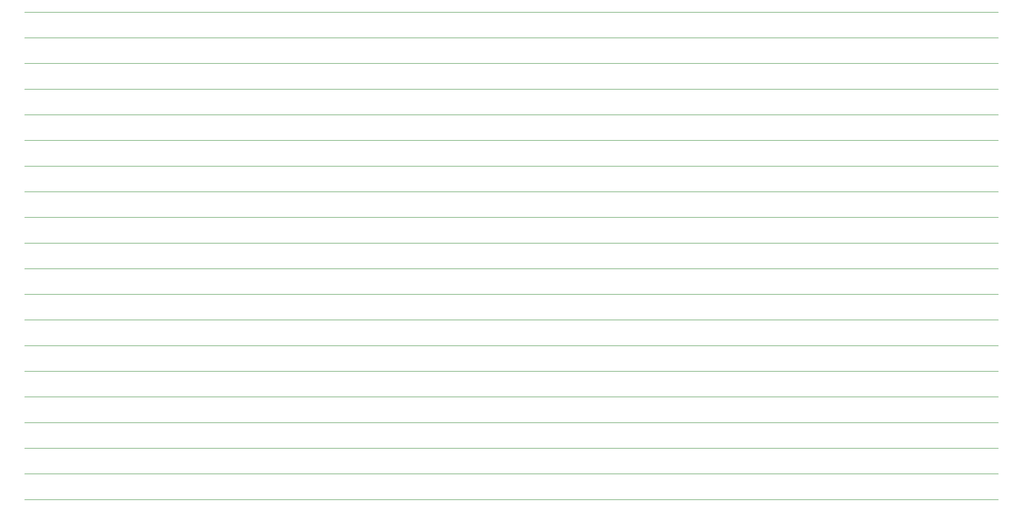
<source format=gbr>
G04 EAGLE Gerber RS-274X export*
G75*
%MOMM*%
%FSLAX34Y34*%
%LPD*%
%INVscore*%
%IPPOS*%
%AMOC8*
5,1,8,0,0,1.08239X$1,22.5*%
G01*
%ADD10C,0.152400*%


D10*
X0Y175000D02*
X3415000Y175000D01*
X3415000Y85000D02*
X0Y85000D01*
X0Y355000D02*
X3415000Y355000D01*
X3415000Y265000D02*
X0Y265000D01*
X0Y535000D02*
X3415000Y535000D01*
X3415000Y445000D02*
X0Y445000D01*
X0Y715000D02*
X3415000Y715000D01*
X3415000Y625000D02*
X0Y625000D01*
X0Y895000D02*
X3415000Y895000D01*
X3415000Y805000D02*
X0Y805000D01*
X0Y1075000D02*
X3415000Y1075000D01*
X3415000Y985000D02*
X0Y985000D01*
X0Y1255000D02*
X3415000Y1255000D01*
X3415000Y1165000D02*
X0Y1165000D01*
X0Y1435000D02*
X3415000Y1435000D01*
X3415000Y1345000D02*
X0Y1345000D01*
X0Y1615000D02*
X3415000Y1615000D01*
X3415000Y1525000D02*
X0Y1525000D01*
X0Y1795000D02*
X3415000Y1795000D01*
X3415000Y1705000D02*
X0Y1705000D01*
M02*

</source>
